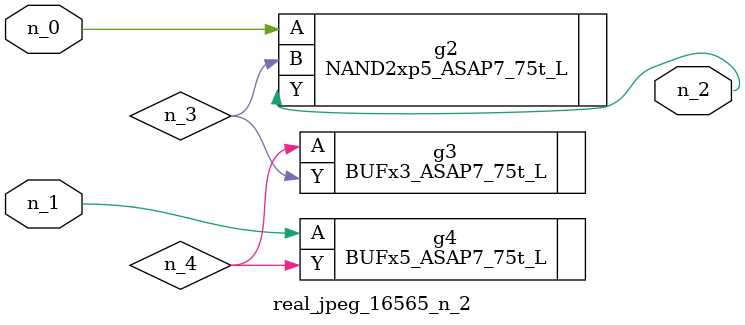
<source format=v>
module real_jpeg_16565_n_2 (n_1, n_0, n_2);

input n_1;
input n_0;

output n_2;

wire n_4;
wire n_3;

NAND2xp5_ASAP7_75t_L g2 ( 
.A(n_0),
.B(n_3),
.Y(n_2)
);

BUFx5_ASAP7_75t_L g4 ( 
.A(n_1),
.Y(n_4)
);

BUFx3_ASAP7_75t_L g3 ( 
.A(n_4),
.Y(n_3)
);


endmodule
</source>
